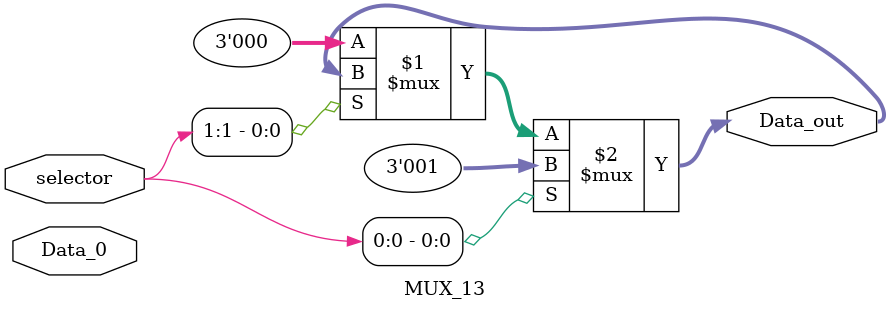
<source format=v>
module MUX_13(
	input wire [1:0] selector,
	//000 -> 00
	//001 -> 01
	input wire [2:0] Data_0, // 10
	output wire [2:0] Data_out
);

	assign Data_out = (selector[0]) ? 3'b001: ((selector[1]) ? Data_out : 3'b000) ;

endmodule 
</source>
